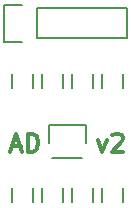
<source format=gto>
G04 #@! TF.FileFunction,Legend,Top*
%FSLAX46Y46*%
G04 Gerber Fmt 4.6, Leading zero omitted, Abs format (unit mm)*
G04 Created by KiCad (PCBNEW 4.0.0-stable) date Monday, January 25, 2016 'PMt' 02:12:06 PM*
%MOMM*%
G01*
G04 APERTURE LIST*
%ADD10C,0.100000*%
%ADD11C,0.300000*%
%ADD12C,0.150000*%
G04 APERTURE END LIST*
D10*
D11*
X142641429Y-100580000D02*
X143355715Y-100580000D01*
X142498572Y-101008571D02*
X142998572Y-99508571D01*
X143498572Y-101008571D01*
X143998572Y-101008571D02*
X143998572Y-99508571D01*
X144355715Y-99508571D01*
X144570000Y-99580000D01*
X144712858Y-99722857D01*
X144784286Y-99865714D01*
X144855715Y-100151429D01*
X144855715Y-100365714D01*
X144784286Y-100651429D01*
X144712858Y-100794286D01*
X144570000Y-100937143D01*
X144355715Y-101008571D01*
X143998572Y-101008571D01*
X149927143Y-100008571D02*
X150284286Y-101008571D01*
X150641428Y-100008571D01*
X151141428Y-99651429D02*
X151212857Y-99580000D01*
X151355714Y-99508571D01*
X151712857Y-99508571D01*
X151855714Y-99580000D01*
X151927143Y-99651429D01*
X151998571Y-99794286D01*
X151998571Y-99937143D01*
X151927143Y-100151429D01*
X151070000Y-101008571D01*
X151998571Y-101008571D01*
D12*
X144780000Y-91440000D02*
X152400000Y-91440000D01*
X144780000Y-88900000D02*
X152400000Y-88900000D01*
X141960000Y-88620000D02*
X143510000Y-88620000D01*
X152400000Y-91440000D02*
X152400000Y-88900000D01*
X144780000Y-88900000D02*
X144780000Y-91440000D01*
X143510000Y-91720000D02*
X141960000Y-91720000D01*
X141960000Y-91720000D02*
X141960000Y-88620000D01*
X148870000Y-98780000D02*
X148870000Y-100330000D01*
X145770000Y-100330000D02*
X145770000Y-98780000D01*
X145770000Y-98780000D02*
X148870000Y-98780000D01*
X146050000Y-101600000D02*
X148590000Y-101600000D01*
X145175000Y-105295000D02*
X145175000Y-104095000D01*
X146925000Y-104095000D02*
X146925000Y-105295000D01*
X147715000Y-105295000D02*
X147715000Y-104095000D01*
X149465000Y-104095000D02*
X149465000Y-105295000D01*
X150255000Y-105295000D02*
X150255000Y-104095000D01*
X152005000Y-104095000D02*
X152005000Y-105295000D01*
X142635000Y-105295000D02*
X142635000Y-104095000D01*
X144385000Y-104095000D02*
X144385000Y-105295000D01*
X144385000Y-94429020D02*
X144385000Y-95629020D01*
X142635000Y-95629020D02*
X142635000Y-94429020D01*
X146925000Y-94429020D02*
X146925000Y-95629020D01*
X145175000Y-95629020D02*
X145175000Y-94429020D01*
X149465000Y-94429020D02*
X149465000Y-95629020D01*
X147715000Y-95629020D02*
X147715000Y-94429020D01*
X152005000Y-94429020D02*
X152005000Y-95629020D01*
X150255000Y-95629020D02*
X150255000Y-94429020D01*
M02*

</source>
